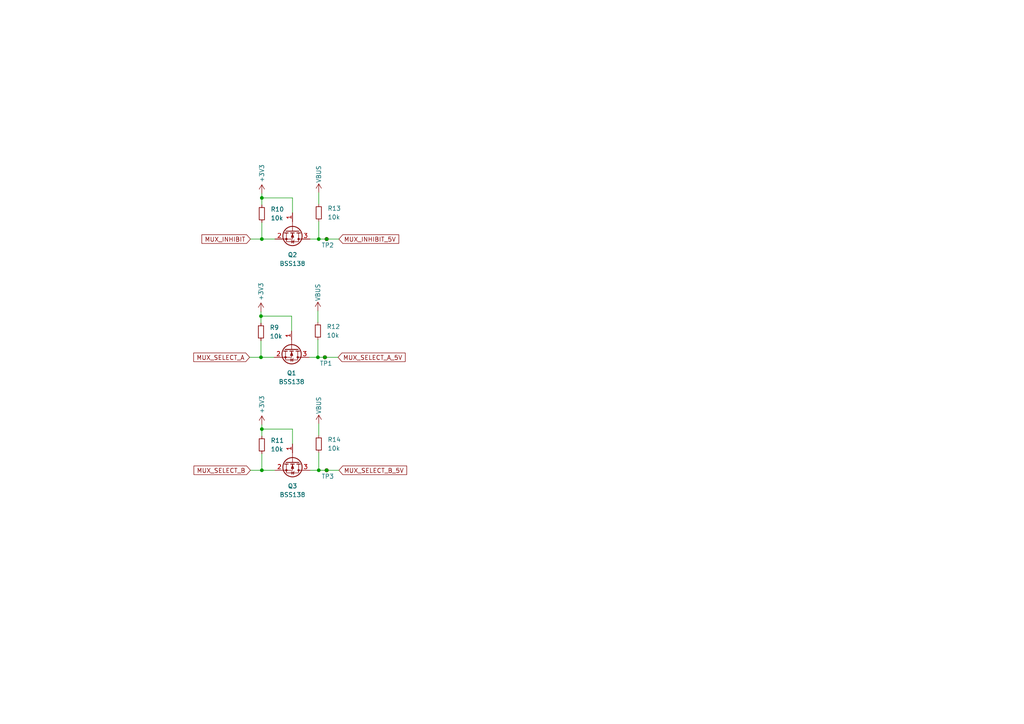
<source format=kicad_sch>
(kicad_sch (version 20211123) (generator eeschema)
  (paper "A4")
  (lib_symbols
    (symbol "Connector:TestPoint_Small" (pin_numbers hide) (pin_names (offset 0.762) hide)
      (property "Reference" "TP" (at 0 3.81 0))
      (property "Value" "TestPoint_Small" (at 0 2.032 0))
      (symbol "TestPoint_Small_0_1"
        (circle (center 0 0) (radius 0.508))
      )
      (symbol "TestPoint_Small_1_1"
        (pin passive line (at 0 0 90) (length 0) (name "1") (number "1"))
      )
    )
    (symbol "Device:R_Small" (pin_numbers hide) (pin_names (offset 0.254) hide)
      (property "Reference" "R" (at 0.762 0.508 0))
      (property "Value" "R_Small" (at 0.762 -1.016 0))
      (symbol "R_Small_0_1"
        (rectangle (start -0.762 1.778) (end 0.762 -1.778) (stroke (width 0.2032)))
      )
      (symbol "R_Small_1_1"
        (pin passive line (at 0 2.54 270) (length 0.762) (name "~") (number "1"))
        (pin passive line (at 0 -2.54 90) (length 0.762) (name "~") (number "2"))
      )
    )
    (symbol "Transistor_FET:BSS138" (pin_names hide)
      (property "Reference" "Q" (at 5.08 1.905 0))
      (property "Value" "BSS138" (at 5.08 0 0))
      (symbol "BSS138_0_1"
        (polyline (pts (xy 0.254 0) (xy -2.54 0)))
        (polyline (pts (xy 0.254 1.905) (xy 0.254 -1.905)) (stroke (width 0.254)))
        (polyline (pts (xy 0.762 -1.27) (xy 0.762 -2.286)) (stroke (width 0.254)))
        (polyline (pts (xy 0.762 0.508) (xy 0.762 -0.508)) (stroke (width 0.254)))
        (polyline (pts (xy 0.762 2.286) (xy 0.762 1.27)) (stroke (width 0.254)))
        (polyline (pts (xy 2.54 2.54) (xy 2.54 1.778)))
        (polyline (pts (xy 2.54 -2.54) (xy 2.54 0) (xy 0.762 0)))
        (polyline (pts (xy 0.762 -1.778) (xy 3.302 -1.778) (xy 3.302 1.778) (xy 0.762 1.778)))
        (polyline (pts (xy 1.016 0) (xy 2.032 0.381) (xy 2.032 -0.381) (xy 1.016 0)) (fill (type outline)))
        (polyline (pts (xy 2.794 0.508) (xy 2.921 0.381) (xy 3.683 0.381) (xy 3.81 0.254)))
        (polyline (pts (xy 3.302 0.381) (xy 2.921 -0.254) (xy 3.683 -0.254) (xy 3.302 0.381)))
        (circle (center 1.651 0) (radius 2.794) (stroke (width 0.254)))
        (circle (center 2.54 -1.778) (radius 0.254) (fill (type outline)))
        (circle (center 2.54 1.778) (radius 0.254) (fill (type outline)))
      )
      (symbol "BSS138_1_1"
        (pin input line (at -5.08 0 0) (length 2.54) (name "G") (number "1"))
        (pin passive line (at 2.54 -5.08 90) (length 2.54) (name "S") (number "2"))
        (pin passive line (at 2.54 5.08 270) (length 2.54) (name "D") (number "3"))
      )
    )
    (symbol "power:+3.3V" (power) (pin_names (offset 0))
      (property "Value" "+3.3V" (at 0 3.556 0))
      (symbol "+3.3V_0_1"
        (polyline (pts (xy -0.762 1.27) (xy 0 2.54)))
        (polyline (pts (xy 0 0) (xy 0 2.54)))
        (polyline (pts (xy 0 2.54) (xy 0.762 1.27)))
      )
      (symbol "+3.3V_1_1"
        (pin power_in line (at 0 0 90) (length 0) hide (name "+3V3") (number "1"))
      )
    )
    (symbol "power:VBUS" (power) (pin_names (offset 0))
      (property "Value" "VBUS" (at 0 3.81 0))
      (symbol "VBUS_0_1"
        (polyline (pts (xy -0.762 1.27) (xy 0 2.54)))
        (polyline (pts (xy 0 0) (xy 0 2.54)))
        (polyline (pts (xy 0 2.54) (xy 0.762 1.27)))
      )
      (symbol "VBUS_1_1"
        (pin power_in line (at 0 0 90) (length 0) hide (name "VBUS") (number "1"))
      )
    )
  )
  (junction (at 92.456 69.342))
  (junction (at 75.692 103.632))
  (junction (at 94.742 136.398))
  (junction (at 92.202 103.632))
  (junction (at 92.456 136.398))
  (junction (at 75.946 69.342))
  (junction (at 94.742 69.342))
  (junction (at 75.946 136.398))
  (junction (at 94.234 103.632))
  (junction (at 75.946 57.404))
  (junction (at 75.692 91.694))
  (junction (at 75.946 124.46))
  (wire (pts (xy 75.946 131.572) (xy 75.946 136.398)))
  (wire (pts (xy 92.202 98.552) (xy 92.202 103.632)))
  (wire (pts (xy 89.916 136.398) (xy 92.456 136.398)))
  (wire (pts (xy 84.836 61.722) (xy 84.836 57.404)))
  (wire (pts (xy 75.946 136.398) (xy 79.756 136.398)))
  (wire (pts (xy 75.692 91.694) (xy 75.692 93.726)))
  (wire (pts (xy 92.456 64.262) (xy 92.456 69.342)))
  (wire (pts (xy 92.456 136.398) (xy 94.742 136.398)))
  (wire (pts (xy 94.742 136.398) (xy 98.298 136.398)))
  (wire (pts (xy 92.456 69.342) (xy 94.742 69.342)))
  (wire (pts (xy 84.582 91.694) (xy 75.692 91.694)))
  (wire (pts (xy 72.644 136.398) (xy 75.946 136.398)))
  (wire (pts (xy 92.202 90.17) (xy 92.202 93.472)))
  (wire (pts (xy 72.644 69.342) (xy 75.946 69.342)))
  (wire (pts (xy 75.946 123.19) (xy 75.946 124.46)))
  (wire (pts (xy 72.39 103.632) (xy 75.692 103.632)))
  (wire (pts (xy 75.692 103.632) (xy 79.502 103.632)))
  (wire (pts (xy 92.456 131.318) (xy 92.456 136.398)))
  (wire (pts (xy 75.946 124.46) (xy 75.946 126.492)))
  (wire (pts (xy 84.836 128.778) (xy 84.836 124.46)))
  (wire (pts (xy 84.836 57.404) (xy 75.946 57.404)))
  (wire (pts (xy 89.662 103.632) (xy 92.202 103.632)))
  (wire (pts (xy 75.946 64.516) (xy 75.946 69.342)))
  (wire (pts (xy 75.946 56.134) (xy 75.946 57.404)))
  (wire (pts (xy 75.946 69.342) (xy 79.756 69.342)))
  (wire (pts (xy 75.692 98.806) (xy 75.692 103.632)))
  (wire (pts (xy 89.916 69.342) (xy 92.456 69.342)))
  (wire (pts (xy 94.234 103.632) (xy 98.044 103.632)))
  (wire (pts (xy 92.456 55.88) (xy 92.456 59.182)))
  (wire (pts (xy 84.836 124.46) (xy 75.946 124.46)))
  (wire (pts (xy 92.456 122.936) (xy 92.456 126.238)))
  (wire (pts (xy 84.582 96.012) (xy 84.582 91.694)))
  (wire (pts (xy 75.692 90.424) (xy 75.692 91.694)))
  (wire (pts (xy 75.946 57.404) (xy 75.946 59.436)))
  (wire (pts (xy 94.742 69.342) (xy 98.298 69.342)))
  (wire (pts (xy 92.202 103.632) (xy 94.234 103.632)))
  (global_label "MUX_SELECT_B_5V" (shape input) (at 98.298 136.398 0) (property "Intersheet References" "${INTERSHEET_REFS}" (effects hide)))
  (global_label "MUX_SELECT_A" (shape input) (at 72.39 103.632 180) (property "Intersheet References" "${INTERSHEET_REFS}" (effects hide)))
  (global_label "MUX_INHIBIT_5V" (shape input) (at 98.298 69.342 0) (property "Intersheet References" "${INTERSHEET_REFS}" (effects hide)))
  (global_label "MUX_SELECT_B" (shape input) (at 72.644 136.398 180) (property "Intersheet References" "${INTERSHEET_REFS}" (effects hide)))
  (global_label "MUX_SELECT_A_5V" (shape input) (at 98.044 103.632 0) (property "Intersheet References" "${INTERSHEET_REFS}" (effects hide)))
  (global_label "MUX_INHIBIT" (shape input) (at 72.644 69.342 180) (property "Intersheet References" "${INTERSHEET_REFS}" (effects hide)))
  (symbol (lib_id "Device:R_Small") (at 75.946 61.976 0) (unit 1)
    (property "Reference" "R10" (at 78.486 60.7059 0) (effects (justify left)))
    (property "Value" "10k" (at 78.486 63.2459 0) (effects (justify left)))
    (property "Footprint" "Resistor_SMD:R_0805_2012Metric" (effects hide))
    (property "LCSC" "C17414" (effects hide))
  )
  (symbol (lib_id "power:+3.3V") (at 75.692 90.424 0) (unit 1)
    (property "Reference" "#PWR082" (effects hide))
    (property "Value" "+3.3V" (at 75.692 84.582 90))
  )
  (symbol (lib_id "Device:R_Small") (at 75.946 129.032 0) (unit 1)
    (property "Reference" "R11" (at 78.486 127.7619 0) (effects (justify left)))
    (property "Value" "10k" (at 78.486 130.3019 0) (effects (justify left)))
    (property "Footprint" "Resistor_SMD:R_0805_2012Metric" (effects hide))
    (property "LCSC" "C17414" (effects hide))
  )
  (symbol (lib_id "power:VBUS") (at 92.202 90.17 0) (unit 1)
    (property "Reference" "#PWR085" (effects hide))
    (property "Value" "VBUS" (at 92.202 87.376 90) (effects (justify left)))
  )
  (symbol (lib_id "Connector:TestPoint_Small") (at 94.742 69.342 180) (unit 1)
    (property "Reference" "TP2" (at 93.218 71.12 0) (effects (justify right)))
    (property "Value" "TestPoint_Small" (effects hide))
    (property "Footprint" "TestPoint:TestPoint_THTPad_D1.0mm_Drill0.5mm" (effects hide))
  )
  (symbol (lib_id "Transistor_FET:BSS138") (at 84.582 101.092 270) (unit 1)
    (property "Reference" "Q1" (at 84.582 108.204 90))
    (property "Value" "BSS138" (at 84.582 110.744 90))
    (property "Footprint" "Package_TO_SOT_SMD:SOT-23" (effects hide))
    (property "Datasheet" "https://www.onsemi.com/pub/Collateral/BSS138-D.PDF" (effects hide))
  )
  (symbol (lib_id "Device:R_Small") (at 92.202 96.012 0) (unit 1)
    (property "Reference" "R12" (at 94.742 94.7419 0) (effects (justify left)))
    (property "Value" "10k" (at 94.742 97.2819 0) (effects (justify left)))
    (property "Footprint" "Resistor_SMD:R_0805_2012Metric" (effects hide))
    (property "LCSC" "C17414" (effects hide))
  )
  (symbol (lib_id "Connector:TestPoint_Small") (at 94.234 103.632 180) (unit 1)
    (property "Reference" "TP1" (at 92.71 105.41 0) (effects (justify right)))
    (property "Value" "TestPoint_Small" (effects hide))
    (property "Footprint" "TestPoint:TestPoint_THTPad_D1.0mm_Drill0.5mm" (effects hide))
  )
  (symbol (lib_id "Transistor_FET:BSS138") (at 84.836 66.802 270) (unit 1)
    (property "Reference" "Q2" (at 84.836 73.914 90))
    (property "Value" "BSS138" (at 84.836 76.454 90))
    (property "Footprint" "Package_TO_SOT_SMD:SOT-23" (effects hide))
    (property "Datasheet" "https://www.onsemi.com/pub/Collateral/BSS138-D.PDF" (effects hide))
  )
  (symbol (lib_id "Transistor_FET:BSS138") (at 84.836 133.858 270) (unit 1)
    (property "Reference" "Q3" (at 84.836 140.97 90))
    (property "Value" "BSS138" (at 84.836 143.51 90))
    (property "Footprint" "Package_TO_SOT_SMD:SOT-23" (effects hide))
    (property "Datasheet" "https://www.onsemi.com/pub/Collateral/BSS138-D.PDF" (effects hide))
  )
  (symbol (lib_id "power:VBUS") (at 92.456 55.88 0) (unit 1)
    (property "Reference" "#PWR086" (effects hide))
    (property "Value" "VBUS" (at 92.456 53.086 90) (effects (justify left)))
  )
  (symbol (lib_id "power:VBUS") (at 92.456 122.936 0) (unit 1)
    (property "Reference" "#PWR087" (effects hide))
    (property "Value" "VBUS" (at 92.456 120.142 90) (effects (justify left)))
  )
  (symbol (lib_id "Connector:TestPoint_Small") (at 94.742 136.398 180) (unit 1)
    (property "Reference" "TP3" (at 93.218 138.176 0) (effects (justify right)))
    (property "Value" "TestPoint_Small" (effects hide))
    (property "Footprint" "TestPoint:TestPoint_THTPad_D1.0mm_Drill0.5mm" (effects hide))
  )
  (symbol (lib_id "Device:R_Small") (at 92.456 128.778 0) (unit 1)
    (property "Reference" "R14" (at 94.996 127.5079 0) (effects (justify left)))
    (property "Value" "10k" (at 94.996 130.0479 0) (effects (justify left)))
    (property "Footprint" "Resistor_SMD:R_0805_2012Metric" (effects hide))
    (property "LCSC" "C17414" (effects hide))
  )
  (symbol (lib_id "Device:R_Small") (at 92.456 61.722 0) (unit 1)
    (property "Reference" "R13" (at 94.996 60.4519 0) (effects (justify left)))
    (property "Value" "10k" (at 94.996 62.9919 0) (effects (justify left)))
    (property "Footprint" "Resistor_SMD:R_0805_2012Metric" (effects hide))
    (property "LCSC" "C17414" (effects hide))
  )
  (symbol (lib_id "Device:R_Small") (at 75.692 96.266 0) (unit 1)
    (property "Reference" "R9" (at 78.232 94.9959 0) (effects (justify left)))
    (property "Value" "10k" (at 78.232 97.5359 0) (effects (justify left)))
    (property "Footprint" "Resistor_SMD:R_0805_2012Metric" (effects hide))
    (property "LCSC" "C17414" (effects hide))
  )
  (symbol (lib_id "power:+3.3V") (at 75.946 56.134 0) (unit 1)
    (property "Reference" "#PWR083" (effects hide))
    (property "Value" "+3.3V" (at 75.946 50.292 90))
  )
  (symbol (lib_id "power:+3.3V") (at 75.946 123.19 0) (unit 1)
    (property "Reference" "#PWR084" (effects hide))
    (property "Value" "+3.3V" (at 75.946 117.348 90))
  )
)
</source>
